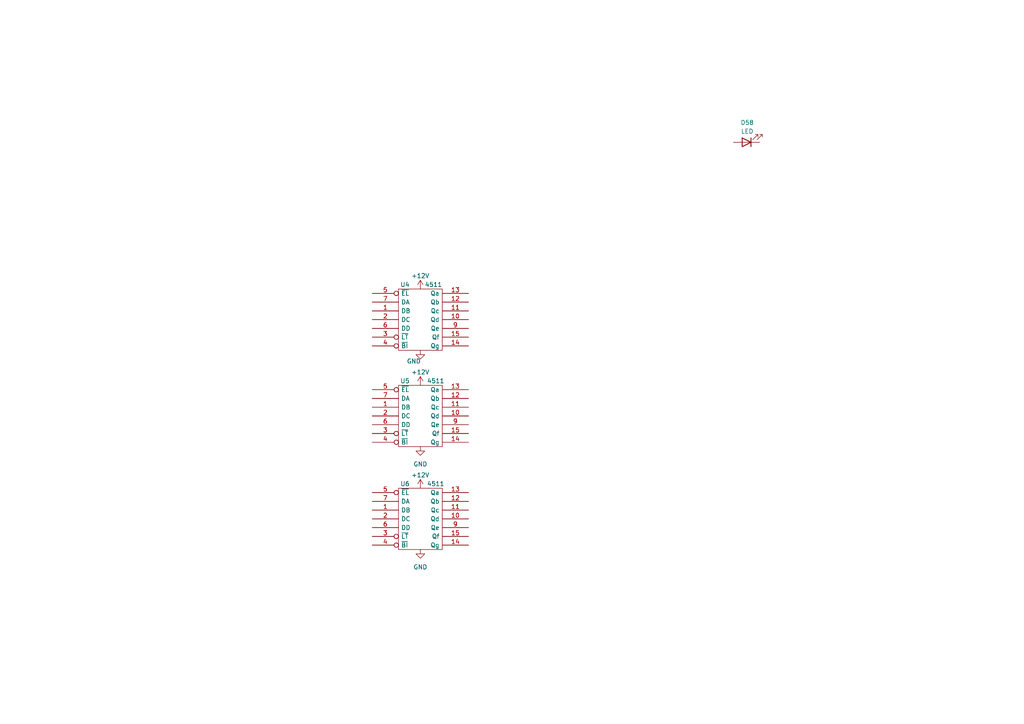
<source format=kicad_sch>
(kicad_sch (version 20210126) (generator eeschema)
  (paper "A4")
  (lib_symbols
    (symbol "4xxx_IEEE:4511" (pin_names (offset 0.762))
      (property "Reference" "U" (at 8.89 11.43 0))
      (property "Value" "4511" (at 8.89 -11.43 0))
      (symbol "4511_0_1"
        (rectangle (start -6.35 8.89) (end 6.35 -8.89))
      )
      (symbol "4511_1_1"
        (pin input line (at -13.97 2.54 0) (length 7.62) (name "DB") (number "1"))
        (pin output line (at 13.97 0 180) (length 7.62) (name "Qd") (number "10"))
        (pin output line (at 13.97 2.54 180) (length 7.62) (name "Qc") (number "11"))
        (pin output line (at 13.97 5.08 180) (length 7.62) (name "Qb") (number "12"))
        (pin output line (at 13.97 7.62 180) (length 7.62) (name "Qa") (number "13"))
        (pin output line (at 13.97 -7.62 180) (length 7.62) (name "Qg") (number "14"))
        (pin output line (at 13.97 -5.08 180) (length 7.62) (name "Qf") (number "15"))
        (pin power_in line (at 0 8.89 270) (length 0) hide (name "Vdd") (number "16"))
        (pin input line (at -13.97 0 0) (length 7.62) (name "DC") (number "2"))
        (pin input inverted (at -13.97 -5.08 0) (length 7.62) (name "~LT") (number "3"))
        (pin input inverted (at -13.97 -7.62 0) (length 7.62) (name "~BI") (number "4"))
        (pin input inverted (at -13.97 7.62 0) (length 7.62) (name "~EL") (number "5"))
        (pin input line (at -13.97 -2.54 0) (length 7.62) (name "DD") (number "6"))
        (pin input line (at -13.97 5.08 0) (length 7.62) (name "DA") (number "7"))
        (pin power_in line (at 0 -8.89 90) (length 0) hide (name "Vss") (number "8"))
        (pin output line (at 13.97 -2.54 180) (length 7.62) (name "Qe") (number "9"))
      )
    )
    (symbol "Device:LED" (pin_numbers hide) (pin_names (offset 1.016) hide)
      (property "Reference" "D" (at 0 2.54 0))
      (property "Value" "LED" (at 0 -2.54 0))
      (symbol "LED_0_1"
        (polyline (pts (xy -1.27 -1.27) (xy -1.27 1.27)) (stroke (width 0.254)))
        (polyline (pts (xy -1.27 0) (xy 1.27 0)))
        (polyline (pts (xy 1.27 -1.27) (xy 1.27 1.27) (xy -1.27 0) (xy 1.27 -1.27)) (stroke (width 0.254)))
        (polyline (pts (xy -3.048 -0.762) (xy -4.572 -2.286) (xy -3.81 -2.286) (xy -4.572 -2.286) (xy -4.572 -1.524)))
        (polyline (pts (xy -1.778 -0.762) (xy -3.302 -2.286) (xy -2.54 -2.286) (xy -3.302 -2.286) (xy -3.302 -1.524)))
      )
      (symbol "LED_1_1"
        (pin passive line (at -3.81 0 0) (length 2.54) (name "K") (number "1"))
        (pin passive line (at 3.81 0 180) (length 2.54) (name "A") (number "2"))
      )
    )
    (symbol "power:+12V" (power) (pin_names (offset 0))
      (property "Value" "+12V" (at 0 3.556 0))
      (symbol "+12V_0_1"
        (polyline (pts (xy -0.762 1.27) (xy 0 2.54)))
        (polyline (pts (xy 0 0) (xy 0 2.54)))
        (polyline (pts (xy 0 2.54) (xy 0.762 1.27)))
      )
      (symbol "+12V_1_1"
        (pin power_in line (at 0 0 90) (length 0) hide (name "+12V") (number "1"))
      )
    )
    (symbol "power:GND" (power) (pin_names (offset 0))
      (property "Value" "GND" (at 0 -3.81 0))
      (symbol "GND_0_1"
        (polyline (pts (xy 0 0) (xy 0 -1.27) (xy 1.27 -1.27) (xy 0 -2.54) (xy -1.27 -1.27) (xy 0 -1.27)))
      )
      (symbol "GND_1_1"
        (pin power_in line (at 0 0 270) (length 0) hide (name "GND") (number "1"))
      )
    )
  )
  (symbol (lib_id "power:+12V") (at 121.92 83.82 0) (unit 1)
    (property "Reference" "#PWR07" (effects hide))
    (property "Value" "+12V" (at 121.92 80.01 0))
  )
  (symbol (lib_id "power:+12V") (at 121.92 111.76 0) (unit 1)
    (property "Reference" "#PWR09" (effects hide))
    (property "Value" "+12V" (at 121.92 107.95 0))
  )
  (symbol (lib_id "power:+12V") (at 121.92 141.605 0) (unit 1)
    (property "Reference" "#PWR011" (effects hide))
    (property "Value" "+12V" (at 121.92 137.795 0))
  )
  (symbol (lib_id "power:GND") (at 121.92 101.6 0) (unit 1)
    (property "Reference" "#PWR08" (effects hide))
    (property "Value" "GND" (at 120.015 104.775 0))
  )
  (symbol (lib_id "power:GND") (at 121.92 129.54 0) (unit 1)
    (property "Reference" "#PWR010" (effects hide))
    (property "Value" "GND" (at 121.92 134.62 0))
  )
  (symbol (lib_id "power:GND") (at 121.92 159.385 0) (unit 1)
    (property "Reference" "#PWR012" (effects hide))
    (property "Value" "GND" (at 121.92 164.465 0))
  )
  (symbol (lib_id "Device:LED") (at 216.535 41.275 180) (unit 1)
    (property "Reference" "D58" (at 216.7255 35.56 0))
    (property "Value" "LED" (at 216.7255 38.1 0))
  )
  (symbol (lib_id "4xxx_IEEE:4511") (at 121.92 92.71 0) (unit 1)
    (property "Reference" "U4" (at 117.475 82.55 0))
    (property "Value" "4511" (at 125.73 82.55 0))
    (property "Footprint" "Package_SO:SOP-16_4.55x10.3mm_P1.27mm" (effects hide))
    (property "Datasheet" "https://datasheet.lcsc.com/lcsc/1809192239_Nexperia-74HC4511D-653_C87661.pdf" (effects hide))
    (property "LCSC" "C356693" (effects hide))
  )
  (symbol (lib_id "4xxx_IEEE:4511") (at 121.92 120.65 0) (unit 1)
    (property "Reference" "U5" (at 117.475 110.49 0))
    (property "Value" "4511" (at 126.365 110.49 0))
    (property "Footprint" "Package_SO:SOP-16_4.55x10.3mm_P1.27mm" (effects hide))
    (property "Datasheet" "https://datasheet.lcsc.com/lcsc/1809192239_Nexperia-74HC4511D-653_C87661.pdf" (effects hide))
    (property "LCSC" "C356693" (effects hide))
  )
  (symbol (lib_id "4xxx_IEEE:4511") (at 121.92 150.495 0) (unit 1)
    (property "Reference" "U6" (at 117.475 140.335 0))
    (property "Value" "4511" (at 126.365 140.335 0))
    (property "Footprint" "Package_SO:SOP-16_4.55x10.3mm_P1.27mm" (effects hide))
    (property "Datasheet" "https://datasheet.lcsc.com/lcsc/1809192239_Nexperia-74HC4511D-653_C87661.pdf" (effects hide))
    (property "LCSC" "C356693" (effects hide))
  )
)
</source>
